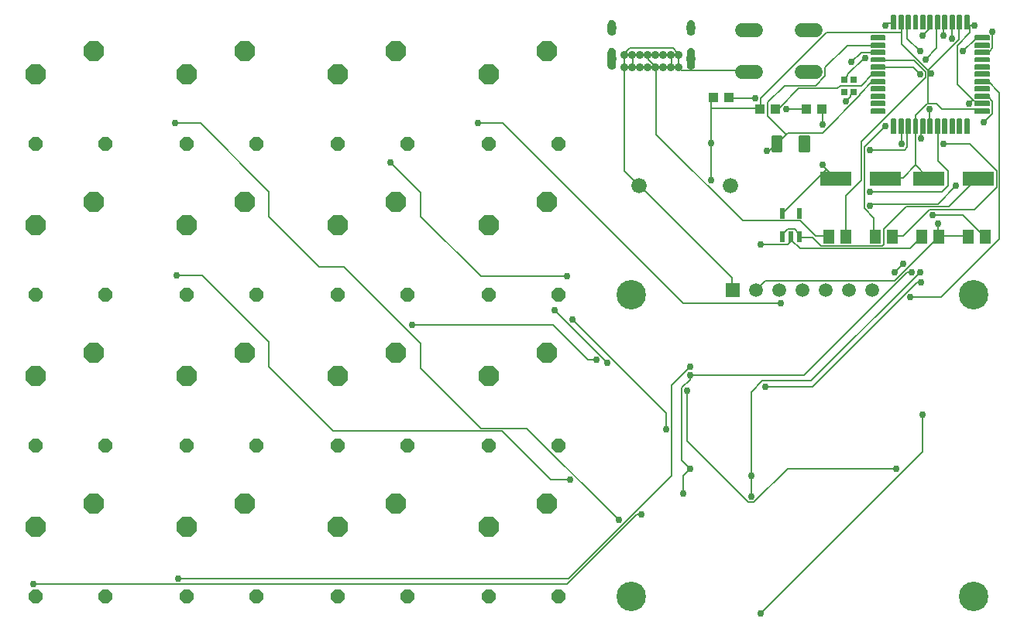
<source format=gbr>
G04 EAGLE Gerber RS-274X export*
G75*
%MOMM*%
%FSLAX34Y34*%
%LPD*%
%INTop Copper*%
%IPPOS*%
%AMOC8*
5,1,8,0,0,1.08239X$1,22.5*%
G01*
%ADD10R,1.100000X1.000000*%
%ADD11R,3.500000X1.600000*%
%ADD12R,1.508000X1.508000*%
%ADD13C,1.508000*%
%ADD14C,3.216000*%
%ADD15R,0.550000X1.200000*%
%ADD16C,0.908000*%
%ADD17C,1.108000*%
%ADD18R,1.300000X1.500000*%
%ADD19C,0.300000*%
%ADD20C,1.524000*%
%ADD21C,1.676400*%
%ADD22C,0.137500*%
%ADD23R,0.700000X0.750000*%
%ADD24P,2.435377X8X22.500000*%
%ADD25P,1.632244X8X22.500000*%
%ADD26C,0.152400*%
%ADD27C,0.756400*%

G36*
X732457Y614664D02*
X732457Y614664D01*
X732463Y614670D01*
X732468Y614666D01*
X733419Y614999D01*
X733423Y615006D01*
X733429Y615004D01*
X734282Y615540D01*
X734285Y615548D01*
X734291Y615547D01*
X735003Y616259D01*
X735004Y616268D01*
X735010Y616268D01*
X735546Y617121D01*
X735545Y617129D01*
X735551Y617131D01*
X735884Y618082D01*
X735883Y618083D01*
X735884Y618083D01*
X735883Y618085D01*
X735881Y618090D01*
X735886Y618093D01*
X735999Y619095D01*
X735997Y619098D01*
X735999Y619100D01*
X735999Y634100D01*
X735997Y634103D01*
X735999Y634106D01*
X735886Y635107D01*
X735880Y635113D01*
X735884Y635118D01*
X735551Y636069D01*
X735544Y636073D01*
X735546Y636079D01*
X735010Y636932D01*
X735002Y636935D01*
X735003Y636941D01*
X734291Y637653D01*
X734282Y637654D01*
X734282Y637660D01*
X733429Y638196D01*
X733421Y638195D01*
X733419Y638201D01*
X732468Y638534D01*
X732460Y638531D01*
X732457Y638536D01*
X731456Y638649D01*
X731448Y638645D01*
X731445Y638649D01*
X730443Y638536D01*
X730437Y638530D01*
X730432Y638534D01*
X729481Y638201D01*
X729477Y638194D01*
X729471Y638196D01*
X728618Y637660D01*
X728615Y637652D01*
X728609Y637653D01*
X727897Y636941D01*
X727896Y636932D01*
X727890Y636932D01*
X727354Y636079D01*
X727355Y636071D01*
X727349Y636069D01*
X727016Y635118D01*
X727019Y635110D01*
X727014Y635107D01*
X726901Y634106D01*
X726903Y634102D01*
X726901Y634100D01*
X726901Y619100D01*
X726903Y619097D01*
X726901Y619095D01*
X727014Y618093D01*
X727020Y618087D01*
X727016Y618082D01*
X727349Y617131D01*
X727356Y617127D01*
X727354Y617121D01*
X727890Y616268D01*
X727898Y616265D01*
X727897Y616259D01*
X728609Y615547D01*
X728618Y615546D01*
X728618Y615540D01*
X729471Y615004D01*
X729479Y615005D01*
X729481Y614999D01*
X730432Y614666D01*
X730440Y614669D01*
X730443Y614664D01*
X731445Y614551D01*
X731452Y614555D01*
X731456Y614551D01*
X732457Y614664D01*
G37*
G36*
X818957Y614664D02*
X818957Y614664D01*
X818963Y614670D01*
X818968Y614666D01*
X819919Y614999D01*
X819923Y615006D01*
X819929Y615004D01*
X820782Y615540D01*
X820785Y615548D01*
X820791Y615547D01*
X821503Y616259D01*
X821504Y616268D01*
X821510Y616268D01*
X822046Y617121D01*
X822045Y617129D01*
X822051Y617131D01*
X822384Y618082D01*
X822383Y618083D01*
X822384Y618083D01*
X822383Y618085D01*
X822381Y618090D01*
X822386Y618093D01*
X822499Y619095D01*
X822497Y619098D01*
X822499Y619100D01*
X822499Y634100D01*
X822497Y634103D01*
X822499Y634106D01*
X822386Y635107D01*
X822380Y635113D01*
X822384Y635118D01*
X822051Y636069D01*
X822044Y636073D01*
X822046Y636079D01*
X821510Y636932D01*
X821502Y636935D01*
X821503Y636941D01*
X820791Y637653D01*
X820782Y637654D01*
X820782Y637660D01*
X819929Y638196D01*
X819921Y638195D01*
X819919Y638201D01*
X818968Y638534D01*
X818960Y638531D01*
X818957Y638536D01*
X817956Y638649D01*
X817948Y638645D01*
X817945Y638649D01*
X816943Y638536D01*
X816937Y638530D01*
X816932Y638534D01*
X815981Y638201D01*
X815977Y638194D01*
X815971Y638196D01*
X815118Y637660D01*
X815115Y637652D01*
X815109Y637653D01*
X814397Y636941D01*
X814396Y636932D01*
X814390Y636932D01*
X813854Y636079D01*
X813855Y636071D01*
X813849Y636069D01*
X813516Y635118D01*
X813519Y635110D01*
X813514Y635107D01*
X813401Y634106D01*
X813403Y634102D01*
X813401Y634100D01*
X813401Y619100D01*
X813403Y619097D01*
X813401Y619095D01*
X813514Y618093D01*
X813520Y618087D01*
X813516Y618082D01*
X813849Y617131D01*
X813856Y617127D01*
X813854Y617121D01*
X814390Y616268D01*
X814398Y616265D01*
X814397Y616259D01*
X815109Y615547D01*
X815118Y615546D01*
X815118Y615540D01*
X815971Y615004D01*
X815979Y615005D01*
X815981Y614999D01*
X816932Y614666D01*
X816940Y614669D01*
X816943Y614664D01*
X817945Y614551D01*
X817952Y614555D01*
X817956Y614551D01*
X818957Y614664D01*
G37*
G36*
X818957Y651964D02*
X818957Y651964D01*
X818963Y651970D01*
X818968Y651966D01*
X819919Y652299D01*
X819923Y652306D01*
X819929Y652304D01*
X820782Y652840D01*
X820785Y652848D01*
X820791Y652847D01*
X821503Y653559D01*
X821504Y653568D01*
X821510Y653568D01*
X822046Y654421D01*
X822045Y654429D01*
X822051Y654431D01*
X822384Y655382D01*
X822383Y655383D01*
X822384Y655383D01*
X822383Y655385D01*
X822381Y655390D01*
X822386Y655393D01*
X822499Y656395D01*
X822497Y656398D01*
X822499Y656400D01*
X822499Y664400D01*
X822497Y664403D01*
X822499Y664406D01*
X822386Y665407D01*
X822380Y665413D01*
X822384Y665418D01*
X822051Y666369D01*
X822044Y666373D01*
X822046Y666379D01*
X821510Y667232D01*
X821502Y667235D01*
X821503Y667241D01*
X820791Y667953D01*
X820782Y667954D01*
X820782Y667960D01*
X819929Y668496D01*
X819921Y668495D01*
X819919Y668501D01*
X818968Y668834D01*
X818960Y668831D01*
X818957Y668836D01*
X817956Y668949D01*
X817948Y668945D01*
X817945Y668949D01*
X816943Y668836D01*
X816937Y668830D01*
X816932Y668834D01*
X815981Y668501D01*
X815977Y668494D01*
X815971Y668496D01*
X815118Y667960D01*
X815115Y667952D01*
X815109Y667953D01*
X814397Y667241D01*
X814396Y667232D01*
X814390Y667232D01*
X813854Y666379D01*
X813855Y666371D01*
X813849Y666369D01*
X813516Y665418D01*
X813519Y665411D01*
X813515Y665408D01*
X813515Y665407D01*
X813514Y665407D01*
X813401Y664406D01*
X813403Y664402D01*
X813401Y664400D01*
X813401Y656400D01*
X813403Y656397D01*
X813401Y656395D01*
X813514Y655393D01*
X813520Y655387D01*
X813516Y655382D01*
X813849Y654431D01*
X813856Y654427D01*
X813854Y654421D01*
X814390Y653568D01*
X814398Y653565D01*
X814397Y653559D01*
X815109Y652847D01*
X815118Y652846D01*
X815118Y652840D01*
X815971Y652304D01*
X815979Y652305D01*
X815981Y652299D01*
X816932Y651966D01*
X816940Y651969D01*
X816943Y651964D01*
X817945Y651851D01*
X817952Y651855D01*
X817956Y651851D01*
X818957Y651964D01*
G37*
G36*
X732457Y651964D02*
X732457Y651964D01*
X732463Y651970D01*
X732468Y651966D01*
X733419Y652299D01*
X733423Y652306D01*
X733429Y652304D01*
X734282Y652840D01*
X734285Y652848D01*
X734291Y652847D01*
X735003Y653559D01*
X735004Y653568D01*
X735010Y653568D01*
X735546Y654421D01*
X735545Y654429D01*
X735551Y654431D01*
X735884Y655382D01*
X735883Y655383D01*
X735884Y655383D01*
X735883Y655385D01*
X735881Y655390D01*
X735886Y655393D01*
X735999Y656395D01*
X735997Y656398D01*
X735999Y656400D01*
X735999Y664400D01*
X735997Y664403D01*
X735999Y664406D01*
X735886Y665407D01*
X735880Y665413D01*
X735884Y665418D01*
X735551Y666369D01*
X735544Y666373D01*
X735546Y666379D01*
X735010Y667232D01*
X735002Y667235D01*
X735003Y667241D01*
X734291Y667953D01*
X734282Y667954D01*
X734282Y667960D01*
X733429Y668496D01*
X733421Y668495D01*
X733419Y668501D01*
X732468Y668834D01*
X732460Y668831D01*
X732457Y668836D01*
X731456Y668949D01*
X731448Y668945D01*
X731445Y668949D01*
X730443Y668836D01*
X730437Y668830D01*
X730432Y668834D01*
X729481Y668501D01*
X729477Y668494D01*
X729471Y668496D01*
X728618Y667960D01*
X728615Y667952D01*
X728609Y667953D01*
X727897Y667241D01*
X727896Y667232D01*
X727890Y667232D01*
X727354Y666379D01*
X727355Y666371D01*
X727349Y666369D01*
X727016Y665418D01*
X727019Y665411D01*
X727015Y665408D01*
X727015Y665407D01*
X727014Y665407D01*
X726901Y664406D01*
X726903Y664402D01*
X726901Y664400D01*
X726901Y656400D01*
X726903Y656397D01*
X726901Y656395D01*
X727014Y655393D01*
X727020Y655387D01*
X727016Y655382D01*
X727349Y654431D01*
X727356Y654427D01*
X727354Y654421D01*
X727890Y653568D01*
X727898Y653565D01*
X727897Y653559D01*
X728609Y652847D01*
X728618Y652846D01*
X728618Y652840D01*
X729471Y652304D01*
X729479Y652305D01*
X729481Y652299D01*
X730432Y651966D01*
X730440Y651969D01*
X730443Y651964D01*
X731445Y651851D01*
X731452Y651855D01*
X731456Y651851D01*
X732457Y651964D01*
G37*
D10*
X893200Y571500D03*
X910200Y571500D03*
X842400Y584200D03*
X859400Y584200D03*
X944000Y571500D03*
X961000Y571500D03*
D11*
X1131900Y495300D03*
X1077900Y495300D03*
X976300Y495300D03*
X1030300Y495300D03*
D12*
X863600Y373200D03*
D13*
X889000Y373200D03*
X914400Y373200D03*
X939800Y373200D03*
X965200Y373200D03*
X990600Y373200D03*
X1016000Y373200D03*
D14*
X752800Y368200D03*
X1126800Y368200D03*
X752800Y38200D03*
X1126800Y38200D03*
D15*
X917600Y431499D03*
X927100Y431499D03*
X936600Y431499D03*
X936600Y457501D03*
X917600Y457501D03*
D16*
X804450Y616800D03*
X795950Y616800D03*
X787450Y616800D03*
X778950Y616800D03*
X770450Y616800D03*
X761950Y616800D03*
X753450Y616800D03*
X744950Y616800D03*
X744950Y630300D03*
X753450Y630300D03*
X761950Y630300D03*
X770450Y630300D03*
X778950Y630300D03*
X787450Y630300D03*
X795950Y630300D03*
X804450Y630300D03*
D17*
X817950Y660400D03*
X731450Y660400D03*
X817950Y626600D03*
X731450Y626600D03*
D18*
X1019200Y431800D03*
X1038200Y431800D03*
X968400Y431800D03*
X987400Y431800D03*
X1120800Y431800D03*
X1139800Y431800D03*
D19*
X916550Y525800D02*
X907550Y525800D01*
X907550Y541000D01*
X916550Y541000D01*
X916550Y525800D01*
X916550Y528650D02*
X907550Y528650D01*
X907550Y531500D02*
X916550Y531500D01*
X916550Y534350D02*
X907550Y534350D01*
X907550Y537200D02*
X916550Y537200D01*
X916550Y540050D02*
X907550Y540050D01*
X937650Y525800D02*
X946650Y525800D01*
X937650Y525800D02*
X937650Y541000D01*
X946650Y541000D01*
X946650Y525800D01*
X946650Y528650D02*
X937650Y528650D01*
X937650Y531500D02*
X946650Y531500D01*
X946650Y534350D02*
X937650Y534350D01*
X937650Y537200D02*
X946650Y537200D01*
X946650Y540050D02*
X937650Y540050D01*
D18*
X1070000Y431800D03*
X1089000Y431800D03*
D20*
X889508Y657606D02*
X874268Y657606D01*
X874268Y612394D02*
X889508Y612394D01*
X939292Y657606D02*
X954532Y657606D01*
X954532Y612394D02*
X939292Y612394D01*
D21*
X761530Y487680D03*
X861530Y487680D03*
D22*
X1041563Y545487D02*
X1041563Y560113D01*
X1041563Y545487D02*
X1037437Y545487D01*
X1037437Y560113D01*
X1041563Y560113D01*
X1041563Y546793D02*
X1037437Y546793D01*
X1037437Y548099D02*
X1041563Y548099D01*
X1041563Y549405D02*
X1037437Y549405D01*
X1037437Y550711D02*
X1041563Y550711D01*
X1041563Y552017D02*
X1037437Y552017D01*
X1037437Y553323D02*
X1041563Y553323D01*
X1041563Y554629D02*
X1037437Y554629D01*
X1037437Y555935D02*
X1041563Y555935D01*
X1041563Y557241D02*
X1037437Y557241D01*
X1037437Y558547D02*
X1041563Y558547D01*
X1041563Y559853D02*
X1037437Y559853D01*
X1049563Y560113D02*
X1049563Y545487D01*
X1045437Y545487D01*
X1045437Y560113D01*
X1049563Y560113D01*
X1049563Y546793D02*
X1045437Y546793D01*
X1045437Y548099D02*
X1049563Y548099D01*
X1049563Y549405D02*
X1045437Y549405D01*
X1045437Y550711D02*
X1049563Y550711D01*
X1049563Y552017D02*
X1045437Y552017D01*
X1045437Y553323D02*
X1049563Y553323D01*
X1049563Y554629D02*
X1045437Y554629D01*
X1045437Y555935D02*
X1049563Y555935D01*
X1049563Y557241D02*
X1045437Y557241D01*
X1045437Y558547D02*
X1049563Y558547D01*
X1049563Y559853D02*
X1045437Y559853D01*
X1057563Y560113D02*
X1057563Y545487D01*
X1053437Y545487D01*
X1053437Y560113D01*
X1057563Y560113D01*
X1057563Y546793D02*
X1053437Y546793D01*
X1053437Y548099D02*
X1057563Y548099D01*
X1057563Y549405D02*
X1053437Y549405D01*
X1053437Y550711D02*
X1057563Y550711D01*
X1057563Y552017D02*
X1053437Y552017D01*
X1053437Y553323D02*
X1057563Y553323D01*
X1057563Y554629D02*
X1053437Y554629D01*
X1053437Y555935D02*
X1057563Y555935D01*
X1057563Y557241D02*
X1053437Y557241D01*
X1053437Y558547D02*
X1057563Y558547D01*
X1057563Y559853D02*
X1053437Y559853D01*
X1065563Y560113D02*
X1065563Y545487D01*
X1061437Y545487D01*
X1061437Y560113D01*
X1065563Y560113D01*
X1065563Y546793D02*
X1061437Y546793D01*
X1061437Y548099D02*
X1065563Y548099D01*
X1065563Y549405D02*
X1061437Y549405D01*
X1061437Y550711D02*
X1065563Y550711D01*
X1065563Y552017D02*
X1061437Y552017D01*
X1061437Y553323D02*
X1065563Y553323D01*
X1065563Y554629D02*
X1061437Y554629D01*
X1061437Y555935D02*
X1065563Y555935D01*
X1065563Y557241D02*
X1061437Y557241D01*
X1061437Y558547D02*
X1065563Y558547D01*
X1065563Y559853D02*
X1061437Y559853D01*
X1073563Y560113D02*
X1073563Y545487D01*
X1069437Y545487D01*
X1069437Y560113D01*
X1073563Y560113D01*
X1073563Y546793D02*
X1069437Y546793D01*
X1069437Y548099D02*
X1073563Y548099D01*
X1073563Y549405D02*
X1069437Y549405D01*
X1069437Y550711D02*
X1073563Y550711D01*
X1073563Y552017D02*
X1069437Y552017D01*
X1069437Y553323D02*
X1073563Y553323D01*
X1073563Y554629D02*
X1069437Y554629D01*
X1069437Y555935D02*
X1073563Y555935D01*
X1073563Y557241D02*
X1069437Y557241D01*
X1069437Y558547D02*
X1073563Y558547D01*
X1073563Y559853D02*
X1069437Y559853D01*
X1081563Y560113D02*
X1081563Y545487D01*
X1077437Y545487D01*
X1077437Y560113D01*
X1081563Y560113D01*
X1081563Y546793D02*
X1077437Y546793D01*
X1077437Y548099D02*
X1081563Y548099D01*
X1081563Y549405D02*
X1077437Y549405D01*
X1077437Y550711D02*
X1081563Y550711D01*
X1081563Y552017D02*
X1077437Y552017D01*
X1077437Y553323D02*
X1081563Y553323D01*
X1081563Y554629D02*
X1077437Y554629D01*
X1077437Y555935D02*
X1081563Y555935D01*
X1081563Y557241D02*
X1077437Y557241D01*
X1077437Y558547D02*
X1081563Y558547D01*
X1081563Y559853D02*
X1077437Y559853D01*
X1089563Y560113D02*
X1089563Y545487D01*
X1085437Y545487D01*
X1085437Y560113D01*
X1089563Y560113D01*
X1089563Y546793D02*
X1085437Y546793D01*
X1085437Y548099D02*
X1089563Y548099D01*
X1089563Y549405D02*
X1085437Y549405D01*
X1085437Y550711D02*
X1089563Y550711D01*
X1089563Y552017D02*
X1085437Y552017D01*
X1085437Y553323D02*
X1089563Y553323D01*
X1089563Y554629D02*
X1085437Y554629D01*
X1085437Y555935D02*
X1089563Y555935D01*
X1089563Y557241D02*
X1085437Y557241D01*
X1085437Y558547D02*
X1089563Y558547D01*
X1089563Y559853D02*
X1085437Y559853D01*
X1097563Y560113D02*
X1097563Y545487D01*
X1093437Y545487D01*
X1093437Y560113D01*
X1097563Y560113D01*
X1097563Y546793D02*
X1093437Y546793D01*
X1093437Y548099D02*
X1097563Y548099D01*
X1097563Y549405D02*
X1093437Y549405D01*
X1093437Y550711D02*
X1097563Y550711D01*
X1097563Y552017D02*
X1093437Y552017D01*
X1093437Y553323D02*
X1097563Y553323D01*
X1097563Y554629D02*
X1093437Y554629D01*
X1093437Y555935D02*
X1097563Y555935D01*
X1097563Y557241D02*
X1093437Y557241D01*
X1093437Y558547D02*
X1097563Y558547D01*
X1097563Y559853D02*
X1093437Y559853D01*
X1105563Y560113D02*
X1105563Y545487D01*
X1101437Y545487D01*
X1101437Y560113D01*
X1105563Y560113D01*
X1105563Y546793D02*
X1101437Y546793D01*
X1101437Y548099D02*
X1105563Y548099D01*
X1105563Y549405D02*
X1101437Y549405D01*
X1101437Y550711D02*
X1105563Y550711D01*
X1105563Y552017D02*
X1101437Y552017D01*
X1101437Y553323D02*
X1105563Y553323D01*
X1105563Y554629D02*
X1101437Y554629D01*
X1101437Y555935D02*
X1105563Y555935D01*
X1105563Y557241D02*
X1101437Y557241D01*
X1101437Y558547D02*
X1105563Y558547D01*
X1105563Y559853D02*
X1101437Y559853D01*
X1113563Y560113D02*
X1113563Y545487D01*
X1109437Y545487D01*
X1109437Y560113D01*
X1113563Y560113D01*
X1113563Y546793D02*
X1109437Y546793D01*
X1109437Y548099D02*
X1113563Y548099D01*
X1113563Y549405D02*
X1109437Y549405D01*
X1109437Y550711D02*
X1113563Y550711D01*
X1113563Y552017D02*
X1109437Y552017D01*
X1109437Y553323D02*
X1113563Y553323D01*
X1113563Y554629D02*
X1109437Y554629D01*
X1109437Y555935D02*
X1113563Y555935D01*
X1113563Y557241D02*
X1109437Y557241D01*
X1109437Y558547D02*
X1113563Y558547D01*
X1113563Y559853D02*
X1109437Y559853D01*
X1121563Y560113D02*
X1121563Y545487D01*
X1117437Y545487D01*
X1117437Y560113D01*
X1121563Y560113D01*
X1121563Y546793D02*
X1117437Y546793D01*
X1117437Y548099D02*
X1121563Y548099D01*
X1121563Y549405D02*
X1117437Y549405D01*
X1117437Y550711D02*
X1121563Y550711D01*
X1121563Y552017D02*
X1117437Y552017D01*
X1117437Y553323D02*
X1121563Y553323D01*
X1121563Y554629D02*
X1117437Y554629D01*
X1117437Y555935D02*
X1121563Y555935D01*
X1121563Y557241D02*
X1117437Y557241D01*
X1117437Y558547D02*
X1121563Y558547D01*
X1121563Y559853D02*
X1117437Y559853D01*
X1121563Y659087D02*
X1121563Y673713D01*
X1121563Y659087D02*
X1117437Y659087D01*
X1117437Y673713D01*
X1121563Y673713D01*
X1121563Y660393D02*
X1117437Y660393D01*
X1117437Y661699D02*
X1121563Y661699D01*
X1121563Y663005D02*
X1117437Y663005D01*
X1117437Y664311D02*
X1121563Y664311D01*
X1121563Y665617D02*
X1117437Y665617D01*
X1117437Y666923D02*
X1121563Y666923D01*
X1121563Y668229D02*
X1117437Y668229D01*
X1117437Y669535D02*
X1121563Y669535D01*
X1121563Y670841D02*
X1117437Y670841D01*
X1117437Y672147D02*
X1121563Y672147D01*
X1121563Y673453D02*
X1117437Y673453D01*
X1113563Y673713D02*
X1113563Y659087D01*
X1109437Y659087D01*
X1109437Y673713D01*
X1113563Y673713D01*
X1113563Y660393D02*
X1109437Y660393D01*
X1109437Y661699D02*
X1113563Y661699D01*
X1113563Y663005D02*
X1109437Y663005D01*
X1109437Y664311D02*
X1113563Y664311D01*
X1113563Y665617D02*
X1109437Y665617D01*
X1109437Y666923D02*
X1113563Y666923D01*
X1113563Y668229D02*
X1109437Y668229D01*
X1109437Y669535D02*
X1113563Y669535D01*
X1113563Y670841D02*
X1109437Y670841D01*
X1109437Y672147D02*
X1113563Y672147D01*
X1113563Y673453D02*
X1109437Y673453D01*
X1105563Y673713D02*
X1105563Y659087D01*
X1101437Y659087D01*
X1101437Y673713D01*
X1105563Y673713D01*
X1105563Y660393D02*
X1101437Y660393D01*
X1101437Y661699D02*
X1105563Y661699D01*
X1105563Y663005D02*
X1101437Y663005D01*
X1101437Y664311D02*
X1105563Y664311D01*
X1105563Y665617D02*
X1101437Y665617D01*
X1101437Y666923D02*
X1105563Y666923D01*
X1105563Y668229D02*
X1101437Y668229D01*
X1101437Y669535D02*
X1105563Y669535D01*
X1105563Y670841D02*
X1101437Y670841D01*
X1101437Y672147D02*
X1105563Y672147D01*
X1105563Y673453D02*
X1101437Y673453D01*
X1097563Y673713D02*
X1097563Y659087D01*
X1093437Y659087D01*
X1093437Y673713D01*
X1097563Y673713D01*
X1097563Y660393D02*
X1093437Y660393D01*
X1093437Y661699D02*
X1097563Y661699D01*
X1097563Y663005D02*
X1093437Y663005D01*
X1093437Y664311D02*
X1097563Y664311D01*
X1097563Y665617D02*
X1093437Y665617D01*
X1093437Y666923D02*
X1097563Y666923D01*
X1097563Y668229D02*
X1093437Y668229D01*
X1093437Y669535D02*
X1097563Y669535D01*
X1097563Y670841D02*
X1093437Y670841D01*
X1093437Y672147D02*
X1097563Y672147D01*
X1097563Y673453D02*
X1093437Y673453D01*
X1089563Y673713D02*
X1089563Y659087D01*
X1085437Y659087D01*
X1085437Y673713D01*
X1089563Y673713D01*
X1089563Y660393D02*
X1085437Y660393D01*
X1085437Y661699D02*
X1089563Y661699D01*
X1089563Y663005D02*
X1085437Y663005D01*
X1085437Y664311D02*
X1089563Y664311D01*
X1089563Y665617D02*
X1085437Y665617D01*
X1085437Y666923D02*
X1089563Y666923D01*
X1089563Y668229D02*
X1085437Y668229D01*
X1085437Y669535D02*
X1089563Y669535D01*
X1089563Y670841D02*
X1085437Y670841D01*
X1085437Y672147D02*
X1089563Y672147D01*
X1089563Y673453D02*
X1085437Y673453D01*
X1081563Y673713D02*
X1081563Y659087D01*
X1077437Y659087D01*
X1077437Y673713D01*
X1081563Y673713D01*
X1081563Y660393D02*
X1077437Y660393D01*
X1077437Y661699D02*
X1081563Y661699D01*
X1081563Y663005D02*
X1077437Y663005D01*
X1077437Y664311D02*
X1081563Y664311D01*
X1081563Y665617D02*
X1077437Y665617D01*
X1077437Y666923D02*
X1081563Y666923D01*
X1081563Y668229D02*
X1077437Y668229D01*
X1077437Y669535D02*
X1081563Y669535D01*
X1081563Y670841D02*
X1077437Y670841D01*
X1077437Y672147D02*
X1081563Y672147D01*
X1081563Y673453D02*
X1077437Y673453D01*
X1073563Y673713D02*
X1073563Y659087D01*
X1069437Y659087D01*
X1069437Y673713D01*
X1073563Y673713D01*
X1073563Y660393D02*
X1069437Y660393D01*
X1069437Y661699D02*
X1073563Y661699D01*
X1073563Y663005D02*
X1069437Y663005D01*
X1069437Y664311D02*
X1073563Y664311D01*
X1073563Y665617D02*
X1069437Y665617D01*
X1069437Y666923D02*
X1073563Y666923D01*
X1073563Y668229D02*
X1069437Y668229D01*
X1069437Y669535D02*
X1073563Y669535D01*
X1073563Y670841D02*
X1069437Y670841D01*
X1069437Y672147D02*
X1073563Y672147D01*
X1073563Y673453D02*
X1069437Y673453D01*
X1065563Y673713D02*
X1065563Y659087D01*
X1061437Y659087D01*
X1061437Y673713D01*
X1065563Y673713D01*
X1065563Y660393D02*
X1061437Y660393D01*
X1061437Y661699D02*
X1065563Y661699D01*
X1065563Y663005D02*
X1061437Y663005D01*
X1061437Y664311D02*
X1065563Y664311D01*
X1065563Y665617D02*
X1061437Y665617D01*
X1061437Y666923D02*
X1065563Y666923D01*
X1065563Y668229D02*
X1061437Y668229D01*
X1061437Y669535D02*
X1065563Y669535D01*
X1065563Y670841D02*
X1061437Y670841D01*
X1061437Y672147D02*
X1065563Y672147D01*
X1065563Y673453D02*
X1061437Y673453D01*
X1057563Y673713D02*
X1057563Y659087D01*
X1053437Y659087D01*
X1053437Y673713D01*
X1057563Y673713D01*
X1057563Y660393D02*
X1053437Y660393D01*
X1053437Y661699D02*
X1057563Y661699D01*
X1057563Y663005D02*
X1053437Y663005D01*
X1053437Y664311D02*
X1057563Y664311D01*
X1057563Y665617D02*
X1053437Y665617D01*
X1053437Y666923D02*
X1057563Y666923D01*
X1057563Y668229D02*
X1053437Y668229D01*
X1053437Y669535D02*
X1057563Y669535D01*
X1057563Y670841D02*
X1053437Y670841D01*
X1053437Y672147D02*
X1057563Y672147D01*
X1057563Y673453D02*
X1053437Y673453D01*
X1049563Y673713D02*
X1049563Y659087D01*
X1045437Y659087D01*
X1045437Y673713D01*
X1049563Y673713D01*
X1049563Y660393D02*
X1045437Y660393D01*
X1045437Y661699D02*
X1049563Y661699D01*
X1049563Y663005D02*
X1045437Y663005D01*
X1045437Y664311D02*
X1049563Y664311D01*
X1049563Y665617D02*
X1045437Y665617D01*
X1045437Y666923D02*
X1049563Y666923D01*
X1049563Y668229D02*
X1045437Y668229D01*
X1045437Y669535D02*
X1049563Y669535D01*
X1049563Y670841D02*
X1045437Y670841D01*
X1045437Y672147D02*
X1049563Y672147D01*
X1049563Y673453D02*
X1045437Y673453D01*
X1041563Y673713D02*
X1041563Y659087D01*
X1037437Y659087D01*
X1037437Y673713D01*
X1041563Y673713D01*
X1041563Y660393D02*
X1037437Y660393D01*
X1037437Y661699D02*
X1041563Y661699D01*
X1041563Y663005D02*
X1037437Y663005D01*
X1037437Y664311D02*
X1041563Y664311D01*
X1041563Y665617D02*
X1037437Y665617D01*
X1037437Y666923D02*
X1041563Y666923D01*
X1041563Y668229D02*
X1037437Y668229D01*
X1037437Y669535D02*
X1041563Y669535D01*
X1041563Y670841D02*
X1037437Y670841D01*
X1037437Y672147D02*
X1041563Y672147D01*
X1041563Y673453D02*
X1037437Y673453D01*
X1030013Y647537D02*
X1015387Y647537D01*
X1015387Y651663D01*
X1030013Y651663D01*
X1030013Y647537D01*
X1030013Y648843D02*
X1015387Y648843D01*
X1015387Y650149D02*
X1030013Y650149D01*
X1030013Y651455D02*
X1015387Y651455D01*
X1015387Y639537D02*
X1030013Y639537D01*
X1015387Y639537D02*
X1015387Y643663D01*
X1030013Y643663D01*
X1030013Y639537D01*
X1030013Y640843D02*
X1015387Y640843D01*
X1015387Y642149D02*
X1030013Y642149D01*
X1030013Y643455D02*
X1015387Y643455D01*
X1015387Y631537D02*
X1030013Y631537D01*
X1015387Y631537D02*
X1015387Y635663D01*
X1030013Y635663D01*
X1030013Y631537D01*
X1030013Y632843D02*
X1015387Y632843D01*
X1015387Y634149D02*
X1030013Y634149D01*
X1030013Y635455D02*
X1015387Y635455D01*
X1015387Y623537D02*
X1030013Y623537D01*
X1015387Y623537D02*
X1015387Y627663D01*
X1030013Y627663D01*
X1030013Y623537D01*
X1030013Y624843D02*
X1015387Y624843D01*
X1015387Y626149D02*
X1030013Y626149D01*
X1030013Y627455D02*
X1015387Y627455D01*
X1015387Y615537D02*
X1030013Y615537D01*
X1015387Y615537D02*
X1015387Y619663D01*
X1030013Y619663D01*
X1030013Y615537D01*
X1030013Y616843D02*
X1015387Y616843D01*
X1015387Y618149D02*
X1030013Y618149D01*
X1030013Y619455D02*
X1015387Y619455D01*
X1015387Y607537D02*
X1030013Y607537D01*
X1015387Y607537D02*
X1015387Y611663D01*
X1030013Y611663D01*
X1030013Y607537D01*
X1030013Y608843D02*
X1015387Y608843D01*
X1015387Y610149D02*
X1030013Y610149D01*
X1030013Y611455D02*
X1015387Y611455D01*
X1015387Y599537D02*
X1030013Y599537D01*
X1015387Y599537D02*
X1015387Y603663D01*
X1030013Y603663D01*
X1030013Y599537D01*
X1030013Y600843D02*
X1015387Y600843D01*
X1015387Y602149D02*
X1030013Y602149D01*
X1030013Y603455D02*
X1015387Y603455D01*
X1015387Y591537D02*
X1030013Y591537D01*
X1015387Y591537D02*
X1015387Y595663D01*
X1030013Y595663D01*
X1030013Y591537D01*
X1030013Y592843D02*
X1015387Y592843D01*
X1015387Y594149D02*
X1030013Y594149D01*
X1030013Y595455D02*
X1015387Y595455D01*
X1015387Y583537D02*
X1030013Y583537D01*
X1015387Y583537D02*
X1015387Y587663D01*
X1030013Y587663D01*
X1030013Y583537D01*
X1030013Y584843D02*
X1015387Y584843D01*
X1015387Y586149D02*
X1030013Y586149D01*
X1030013Y587455D02*
X1015387Y587455D01*
X1015387Y575537D02*
X1030013Y575537D01*
X1015387Y575537D02*
X1015387Y579663D01*
X1030013Y579663D01*
X1030013Y575537D01*
X1030013Y576843D02*
X1015387Y576843D01*
X1015387Y578149D02*
X1030013Y578149D01*
X1030013Y579455D02*
X1015387Y579455D01*
X1015387Y567537D02*
X1030013Y567537D01*
X1015387Y567537D02*
X1015387Y571663D01*
X1030013Y571663D01*
X1030013Y567537D01*
X1030013Y568843D02*
X1015387Y568843D01*
X1015387Y570149D02*
X1030013Y570149D01*
X1030013Y571455D02*
X1015387Y571455D01*
X1128987Y567537D02*
X1143613Y567537D01*
X1128987Y567537D02*
X1128987Y571663D01*
X1143613Y571663D01*
X1143613Y567537D01*
X1143613Y568843D02*
X1128987Y568843D01*
X1128987Y570149D02*
X1143613Y570149D01*
X1143613Y571455D02*
X1128987Y571455D01*
X1128987Y575537D02*
X1143613Y575537D01*
X1128987Y575537D02*
X1128987Y579663D01*
X1143613Y579663D01*
X1143613Y575537D01*
X1143613Y576843D02*
X1128987Y576843D01*
X1128987Y578149D02*
X1143613Y578149D01*
X1143613Y579455D02*
X1128987Y579455D01*
X1128987Y583537D02*
X1143613Y583537D01*
X1128987Y583537D02*
X1128987Y587663D01*
X1143613Y587663D01*
X1143613Y583537D01*
X1143613Y584843D02*
X1128987Y584843D01*
X1128987Y586149D02*
X1143613Y586149D01*
X1143613Y587455D02*
X1128987Y587455D01*
X1128987Y591537D02*
X1143613Y591537D01*
X1128987Y591537D02*
X1128987Y595663D01*
X1143613Y595663D01*
X1143613Y591537D01*
X1143613Y592843D02*
X1128987Y592843D01*
X1128987Y594149D02*
X1143613Y594149D01*
X1143613Y595455D02*
X1128987Y595455D01*
X1128987Y599537D02*
X1143613Y599537D01*
X1128987Y599537D02*
X1128987Y603663D01*
X1143613Y603663D01*
X1143613Y599537D01*
X1143613Y600843D02*
X1128987Y600843D01*
X1128987Y602149D02*
X1143613Y602149D01*
X1143613Y603455D02*
X1128987Y603455D01*
X1128987Y607537D02*
X1143613Y607537D01*
X1128987Y607537D02*
X1128987Y611663D01*
X1143613Y611663D01*
X1143613Y607537D01*
X1143613Y608843D02*
X1128987Y608843D01*
X1128987Y610149D02*
X1143613Y610149D01*
X1143613Y611455D02*
X1128987Y611455D01*
X1128987Y615537D02*
X1143613Y615537D01*
X1128987Y615537D02*
X1128987Y619663D01*
X1143613Y619663D01*
X1143613Y615537D01*
X1143613Y616843D02*
X1128987Y616843D01*
X1128987Y618149D02*
X1143613Y618149D01*
X1143613Y619455D02*
X1128987Y619455D01*
X1128987Y623537D02*
X1143613Y623537D01*
X1128987Y623537D02*
X1128987Y627663D01*
X1143613Y627663D01*
X1143613Y623537D01*
X1143613Y624843D02*
X1128987Y624843D01*
X1128987Y626149D02*
X1143613Y626149D01*
X1143613Y627455D02*
X1128987Y627455D01*
X1128987Y631537D02*
X1143613Y631537D01*
X1128987Y631537D02*
X1128987Y635663D01*
X1143613Y635663D01*
X1143613Y631537D01*
X1143613Y632843D02*
X1128987Y632843D01*
X1128987Y634149D02*
X1143613Y634149D01*
X1143613Y635455D02*
X1128987Y635455D01*
X1128987Y639537D02*
X1143613Y639537D01*
X1128987Y639537D02*
X1128987Y643663D01*
X1143613Y643663D01*
X1143613Y639537D01*
X1143613Y640843D02*
X1128987Y640843D01*
X1128987Y642149D02*
X1143613Y642149D01*
X1143613Y643455D02*
X1128987Y643455D01*
X1128987Y647537D02*
X1143613Y647537D01*
X1128987Y647537D02*
X1128987Y651663D01*
X1143613Y651663D01*
X1143613Y647537D01*
X1143613Y648843D02*
X1128987Y648843D01*
X1128987Y650149D02*
X1143613Y650149D01*
X1143613Y651455D02*
X1128987Y651455D01*
D23*
X985600Y603650D03*
X985600Y590150D03*
X995600Y590150D03*
X995600Y603650D03*
D24*
X164800Y635000D03*
X101600Y609600D03*
D25*
X101600Y533400D03*
X177800Y533400D03*
D24*
X164800Y469900D03*
X101600Y444500D03*
D25*
X101600Y368300D03*
X177800Y368300D03*
D24*
X164800Y304800D03*
X101600Y279400D03*
D25*
X101600Y203200D03*
X177800Y203200D03*
D24*
X164800Y139700D03*
X101600Y114300D03*
D25*
X101600Y38100D03*
X177800Y38100D03*
D24*
X329900Y304800D03*
X266700Y279400D03*
D25*
X266700Y203200D03*
X342900Y203200D03*
D24*
X495000Y304800D03*
X431800Y279400D03*
D25*
X431800Y203200D03*
X508000Y203200D03*
D24*
X329900Y139700D03*
X266700Y114300D03*
D25*
X266700Y38100D03*
X342900Y38100D03*
D24*
X495000Y139700D03*
X431800Y114300D03*
D25*
X431800Y38100D03*
X508000Y38100D03*
D24*
X660100Y635000D03*
X596900Y609600D03*
D25*
X596900Y533400D03*
X673100Y533400D03*
D24*
X660100Y304800D03*
X596900Y279400D03*
D25*
X596900Y203200D03*
X673100Y203200D03*
D24*
X660100Y469900D03*
X596900Y444500D03*
D25*
X596900Y368300D03*
X673100Y368300D03*
D24*
X660100Y139700D03*
X596900Y114300D03*
D25*
X596900Y38100D03*
X673100Y38100D03*
D24*
X329900Y635000D03*
X266700Y609600D03*
D25*
X266700Y533400D03*
X342900Y533400D03*
D24*
X495000Y635000D03*
X431800Y609600D03*
D25*
X431800Y533400D03*
X508000Y533400D03*
D24*
X329900Y469900D03*
X266700Y444500D03*
D25*
X266700Y368300D03*
X342900Y368300D03*
D24*
X495000Y469900D03*
X431800Y444500D03*
D25*
X431800Y368300D03*
X508000Y368300D03*
D26*
X809244Y170180D02*
X809244Y150368D01*
X809244Y170180D02*
X816864Y177800D01*
X816864Y275336D02*
X816864Y279908D01*
X816864Y275336D02*
X807720Y266192D01*
X807720Y186944D01*
X816864Y177800D01*
X1103376Y648716D02*
X1103376Y665480D01*
X1059180Y392684D02*
X1054608Y392684D01*
X941832Y279908D01*
X816864Y279908D01*
X1103376Y665480D02*
X1103500Y666400D01*
D27*
X809244Y150368D03*
X816864Y177800D03*
X816864Y279908D03*
X1103376Y648716D03*
X1059180Y392684D03*
D26*
X1086612Y638048D02*
X1086612Y665480D01*
X1086612Y638048D02*
X1074420Y625856D01*
X1050036Y401828D02*
X1040892Y392684D01*
X1086612Y665480D02*
X1087500Y666400D01*
D27*
X1074420Y625856D03*
X1050036Y401828D03*
X1040892Y392684D03*
D26*
X682752Y388112D02*
X588264Y388112D01*
X522732Y453644D01*
X522732Y479552D01*
X489204Y513080D01*
D27*
X682752Y388112D03*
X489204Y513080D03*
D26*
X669036Y351536D02*
X726948Y293624D01*
D27*
X726948Y293624D03*
X669036Y351536D03*
D26*
X790956Y238760D02*
X790956Y220472D01*
X790956Y238760D02*
X688848Y340868D01*
D27*
X790956Y220472D03*
X688848Y340868D03*
D26*
X758952Y127508D02*
X763524Y127508D01*
X758952Y127508D02*
X682752Y51308D01*
X99060Y51308D01*
D27*
X763524Y127508D03*
X99060Y51308D03*
D26*
X638556Y221996D02*
X739140Y121412D01*
X638556Y221996D02*
X588264Y221996D01*
X522732Y287528D01*
X522732Y314960D01*
X438912Y398780D01*
X411480Y398780D01*
X356616Y453644D01*
X356616Y481076D01*
X281940Y555752D01*
X254508Y555752D01*
D27*
X739140Y121412D03*
X254508Y555752D03*
D26*
X664464Y165608D02*
X685800Y165608D01*
X664464Y165608D02*
X611124Y218948D01*
X426720Y218948D01*
X356616Y289052D01*
X356616Y316484D01*
X283464Y389636D01*
X256032Y389636D01*
D27*
X685800Y165608D03*
X256032Y389636D03*
D26*
X705612Y296672D02*
X714756Y296672D01*
X705612Y296672D02*
X667512Y334772D01*
X513588Y334772D01*
D27*
X714756Y296672D03*
X513588Y334772D03*
D26*
X797052Y269240D02*
X816864Y289052D01*
X797052Y269240D02*
X797052Y170180D01*
X684276Y57404D01*
X257556Y57404D01*
D27*
X816864Y289052D03*
X257556Y57404D03*
D26*
X923544Y177800D02*
X1042416Y177800D01*
X923544Y177800D02*
X886968Y141224D01*
X880872Y141224D01*
X813816Y208280D01*
X813816Y263144D01*
D27*
X1042416Y177800D03*
X813816Y263144D03*
D26*
X1071372Y237236D02*
X1071372Y196088D01*
X894588Y19304D01*
D27*
X1071372Y237236D03*
X894588Y19304D03*
D26*
X915924Y359156D02*
X809244Y359156D01*
X612648Y555752D01*
X585216Y555752D01*
D27*
X915924Y359156D03*
X585216Y555752D03*
D26*
X1088136Y552704D02*
X1088136Y514604D01*
X1098804Y503936D01*
X1098804Y487172D01*
X1092708Y481076D01*
X1013460Y481076D01*
X1087500Y552800D02*
X1088136Y552704D01*
D27*
X1013460Y481076D03*
D26*
X745236Y618236D02*
X745236Y628904D01*
X745236Y618236D02*
X744950Y616800D01*
X745236Y628904D02*
X744950Y630300D01*
X804672Y628904D02*
X804672Y618236D01*
X804450Y616800D01*
X804672Y628904D02*
X804450Y630300D01*
X745236Y630428D02*
X745236Y631952D01*
X751332Y638048D01*
X798576Y638048D01*
X803148Y633476D01*
X803148Y630428D01*
X745236Y630428D02*
X744950Y630300D01*
X803148Y630428D02*
X804450Y630300D01*
X807720Y613664D02*
X880872Y613664D01*
X807720Y613664D02*
X804672Y616712D01*
X880872Y613664D02*
X881888Y612394D01*
X804672Y616712D02*
X804450Y616800D01*
X862584Y386588D02*
X862584Y374396D01*
X862584Y386588D02*
X762000Y487172D01*
X862584Y374396D02*
X863600Y373200D01*
X762000Y487172D02*
X761530Y487680D01*
X745236Y503936D02*
X745236Y616712D01*
X745236Y503936D02*
X760476Y488696D01*
X745236Y616712D02*
X744950Y616800D01*
X760476Y488696D02*
X761530Y487680D01*
X1136904Y601472D02*
X1143000Y601472D01*
X1155192Y589280D01*
X1155192Y429260D01*
X1091184Y365252D01*
X1057656Y365252D01*
X1136300Y601600D02*
X1136904Y601472D01*
D27*
X1057656Y365252D03*
D26*
X1089660Y432308D02*
X1120140Y432308D01*
X1089660Y432308D02*
X1089000Y431800D01*
X1120140Y432308D02*
X1120800Y431800D01*
X1088136Y430784D02*
X1040892Y383540D01*
X899160Y383540D01*
X890016Y374396D01*
X1088136Y430784D02*
X1089000Y431800D01*
X890016Y374396D02*
X889000Y373200D01*
X1033272Y665480D02*
X1039368Y665480D01*
X1033272Y665480D02*
X1030224Y662432D01*
X1123188Y662432D02*
X1127760Y662432D01*
X1123188Y662432D02*
X1120140Y665480D01*
X1039500Y666400D02*
X1039368Y665480D01*
X1119500Y666400D02*
X1120140Y665480D01*
X1129284Y578612D02*
X1135380Y578612D01*
X1126236Y581660D02*
X1109472Y598424D01*
X1126236Y581660D02*
X1129284Y578612D01*
X1109472Y598424D02*
X1109472Y641096D01*
X1123188Y654812D01*
X1123188Y662432D01*
X1135380Y578612D02*
X1136300Y577600D01*
X961644Y570992D02*
X961644Y554228D01*
X966216Y505460D02*
X975360Y496316D01*
X966216Y505460D02*
X961644Y510032D01*
X961644Y570992D02*
X961000Y571500D01*
X975360Y496316D02*
X976300Y495300D01*
X966216Y505460D02*
X918972Y458216D01*
X917600Y457501D01*
X1054608Y529844D02*
X1054608Y552704D01*
X1054608Y529844D02*
X1051560Y526796D01*
X1013460Y526796D01*
X1054608Y552704D02*
X1055500Y552800D01*
X1121664Y577088D02*
X1126236Y581660D01*
X1088136Y446024D02*
X1088136Y432308D01*
X1089000Y431800D01*
D27*
X1030224Y662432D03*
X1127760Y662432D03*
X961644Y554228D03*
X961644Y510032D03*
X1013460Y526796D03*
X1121664Y577088D03*
X1088136Y446024D03*
D26*
X1018032Y452120D02*
X1018032Y432308D01*
X1018032Y452120D02*
X1007364Y462788D01*
X1007364Y529844D01*
X1030224Y552704D01*
X1018032Y432308D02*
X1019200Y431800D01*
D27*
X1030224Y552704D03*
D26*
X967740Y432308D02*
X954024Y432308D01*
X937260Y449072D01*
X874776Y449072D01*
X780288Y543560D01*
X780288Y616712D01*
X967740Y432308D02*
X968400Y431800D01*
X780288Y616712D02*
X778950Y616800D01*
X771144Y625856D02*
X771144Y628904D01*
X771144Y625856D02*
X778764Y618236D01*
X771144Y628904D02*
X770450Y630300D01*
X778764Y618236D02*
X778950Y616800D01*
X1039368Y432308D02*
X1050036Y432308D01*
X1078992Y461264D01*
X1127760Y461264D01*
X1152144Y485648D01*
X1152144Y503936D01*
X1123188Y532892D01*
X1094232Y532892D01*
X1004316Y633476D02*
X993648Y622808D01*
X1004316Y633476D02*
X1022604Y633476D01*
X1039368Y432308D02*
X1038200Y431800D01*
X1022604Y633476D02*
X1022700Y633600D01*
D27*
X1094232Y532892D03*
X993648Y622808D03*
D26*
X987552Y476504D02*
X987552Y432308D01*
X987552Y476504D02*
X1004316Y493268D01*
X1004316Y535940D01*
X1074420Y606044D01*
X1074420Y612140D01*
X1062228Y624332D01*
X1024128Y624332D01*
X987552Y432308D02*
X987400Y431800D01*
X1024128Y624332D02*
X1022700Y625600D01*
X1115568Y455168D02*
X1138428Y432308D01*
X1115568Y455168D02*
X1082040Y455168D01*
X1048512Y532892D02*
X1048512Y552704D01*
X1138428Y432308D02*
X1139800Y431800D01*
X1048512Y552704D02*
X1047500Y552800D01*
D27*
X1082040Y455168D03*
X1048512Y532892D03*
D26*
X883920Y170180D02*
X883920Y147320D01*
X1094232Y651764D02*
X1094232Y665480D01*
X1068324Y392684D02*
X949452Y273812D01*
X896112Y273812D01*
X883920Y261620D01*
X883920Y170180D01*
X1094232Y665480D02*
X1095500Y666400D01*
D27*
X883920Y147320D03*
X883920Y170180D03*
X1094232Y651764D03*
X1068324Y392684D03*
D26*
X1078992Y659384D02*
X1078992Y665480D01*
X1078992Y659384D02*
X1071372Y651764D01*
X1078992Y665480D02*
X1079500Y666400D01*
D27*
X1071372Y651764D03*
D26*
X1060704Y616712D02*
X1024128Y616712D01*
X1060704Y616712D02*
X1068324Y609092D01*
X1024128Y616712D02*
X1022700Y617600D01*
X1129284Y648716D02*
X1135380Y648716D01*
X1129284Y648716D02*
X1115568Y635000D01*
X1135380Y648716D02*
X1136300Y649600D01*
X1063752Y552704D02*
X1063752Y510032D01*
X1077468Y496316D01*
X1063752Y552704D02*
X1063500Y552800D01*
X1077468Y496316D02*
X1077900Y495300D01*
X1092708Y570992D02*
X1135380Y570992D01*
X1092708Y570992D02*
X1086612Y577088D01*
X1077468Y577088D02*
X1075944Y577088D01*
X1077468Y577088D02*
X1086612Y577088D01*
X1075944Y577088D02*
X1063752Y564896D01*
X1063752Y554228D01*
X1135380Y570992D02*
X1136300Y569600D01*
X1063752Y554228D02*
X1063500Y552800D01*
X1048512Y642620D02*
X1048512Y654812D01*
X1048512Y665480D01*
X1048512Y642620D02*
X1077468Y613664D01*
X1077468Y610616D02*
X1077468Y577088D01*
X1077468Y610616D02*
X1077468Y613664D01*
X1048512Y665480D02*
X1047500Y666400D01*
X1110996Y665480D02*
X1110996Y647192D01*
X1077468Y613664D01*
X1110996Y665480D02*
X1111500Y666400D01*
X1050036Y496316D02*
X1031748Y496316D01*
X1050036Y496316D02*
X1063752Y510032D01*
X1031748Y496316D02*
X1030300Y495300D01*
X1077468Y610616D02*
X1080516Y610616D01*
X928116Y430784D02*
X928116Y427736D01*
X937260Y418592D01*
X1057656Y418592D01*
X1069848Y430784D01*
X928116Y430784D02*
X927100Y431499D01*
X1069848Y430784D02*
X1070000Y431800D01*
X839724Y572516D02*
X839724Y581660D01*
X839724Y572516D02*
X839724Y534416D01*
X839724Y493268D01*
X839724Y581660D02*
X841248Y583184D01*
X842400Y584200D01*
X839724Y572516D02*
X893064Y572516D01*
X893200Y571500D01*
X922020Y570992D02*
X943356Y570992D01*
X944000Y571500D01*
X928116Y427736D02*
X923544Y423164D01*
X894588Y423164D01*
X927100Y431499D02*
X928116Y427736D01*
X966216Y654812D02*
X1048512Y654812D01*
X966216Y654812D02*
X894588Y583184D01*
X894588Y572516D01*
X893200Y571500D01*
D27*
X1068324Y609092D03*
X1115568Y635000D03*
X1080516Y610616D03*
X839724Y493268D03*
X839724Y534416D03*
X922020Y570992D03*
X894588Y423164D03*
D26*
X911352Y572516D02*
X914400Y572516D01*
X935736Y593852D01*
X978408Y593852D01*
X981456Y596900D01*
X1004316Y596900D01*
X1016508Y609092D01*
X1022604Y609092D01*
X911352Y572516D02*
X910200Y571500D01*
X1022604Y609092D02*
X1022700Y609600D01*
X754380Y618236D02*
X754380Y628904D01*
X754380Y618236D02*
X753450Y616800D01*
X754380Y628904D02*
X753450Y630300D01*
X797052Y628904D02*
X797052Y618236D01*
X797052Y628904D02*
X795950Y630300D01*
X797052Y618236D02*
X795950Y616800D01*
X1016508Y601472D02*
X1022604Y601472D01*
X1016508Y601472D02*
X1002792Y587756D01*
X1002792Y586232D01*
X961644Y545084D01*
X923544Y545084D01*
X922020Y543560D02*
X912876Y534416D01*
X922020Y543560D02*
X923544Y545084D01*
X1022604Y601472D02*
X1022700Y601600D01*
X912876Y534416D02*
X912050Y533400D01*
X989076Y641096D02*
X1022604Y641096D01*
X989076Y641096D02*
X964692Y616712D01*
X964692Y607568D01*
X954024Y596900D01*
X920496Y596900D01*
X902208Y578612D01*
X902208Y563372D01*
X922020Y543560D01*
X1022604Y641096D02*
X1022700Y641600D01*
X903732Y525272D02*
X900684Y525272D01*
X903732Y525272D02*
X911352Y532892D01*
X912050Y533400D01*
D27*
X900684Y525272D03*
D26*
X1054608Y648716D02*
X1068324Y635000D01*
X1054608Y648716D02*
X1054608Y665480D01*
X1055500Y666400D01*
D27*
X1068324Y635000D03*
D26*
X989076Y607568D02*
X986028Y604520D01*
X989076Y607568D02*
X989076Y609092D01*
X1007364Y627380D01*
X1008888Y627380D01*
X986028Y604520D02*
X985600Y603650D01*
X1078992Y570992D02*
X1078992Y554228D01*
X1079500Y552800D01*
D27*
X1008888Y627380D03*
X1078992Y570992D03*
D26*
X995172Y589280D02*
X992124Y586232D01*
X992124Y584708D01*
X987552Y580136D01*
X1069848Y551180D02*
X1069848Y538988D01*
X1069848Y551180D02*
X1071372Y552704D01*
X995600Y590150D02*
X995172Y589280D01*
X1071372Y552704D02*
X1071500Y552800D01*
X888492Y583184D02*
X859536Y583184D01*
X859400Y584200D01*
D27*
X987552Y580136D03*
X1069848Y538988D03*
X888492Y583184D03*
D26*
X918972Y435356D02*
X918972Y432308D01*
X918972Y435356D02*
X923544Y439928D01*
X931164Y439928D01*
X935736Y435356D01*
X935736Y432308D01*
X918972Y432308D02*
X917600Y431499D01*
X935736Y432308D02*
X936600Y431499D01*
X937260Y430784D02*
X950976Y430784D01*
X960120Y421640D01*
X1027176Y421640D01*
X1028700Y423164D01*
X1028700Y439928D01*
X1053084Y464312D01*
X1100328Y464312D01*
X1130808Y494792D01*
X937260Y430784D02*
X936600Y431499D01*
X1130808Y494792D02*
X1131900Y495300D01*
X1136904Y584708D02*
X1143000Y584708D01*
X1147572Y580136D01*
X1147572Y566420D01*
X1138428Y557276D01*
X1107948Y487172D02*
X1088136Y467360D01*
X1014984Y467360D01*
X1013460Y465836D01*
X1136904Y584708D02*
X1136300Y585600D01*
D27*
X1138428Y557276D03*
X1107948Y487172D03*
X1013460Y465836D03*
D26*
X1136904Y635000D02*
X1144524Y635000D01*
X1147572Y638048D01*
X1147572Y656336D01*
X1069848Y382016D02*
X1065276Y382016D01*
X950976Y267716D01*
X899160Y267716D01*
X1136300Y633600D02*
X1136904Y635000D01*
D27*
X1147572Y656336D03*
X1069848Y382016D03*
X899160Y267716D03*
M02*

</source>
